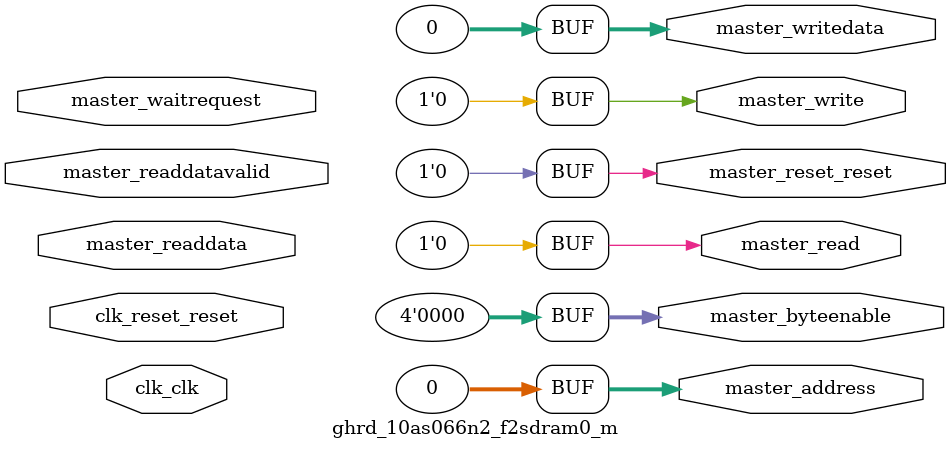
<source format=v>
module ghrd_10as066n2_f2sdram0_m(	// file.cleaned.mlir:2:3
  input         clk_clk,	// file.cleaned.mlir:2:43
                clk_reset_reset,	// file.cleaned.mlir:2:61
  input  [31:0] master_readdata,	// file.cleaned.mlir:2:87
  input         master_waitrequest,	// file.cleaned.mlir:2:114
                master_readdatavalid,	// file.cleaned.mlir:2:143
  output [31:0] master_address,	// file.cleaned.mlir:2:175
  output        master_read,	// file.cleaned.mlir:2:201
                master_write,	// file.cleaned.mlir:2:223
  output [31:0] master_writedata,	// file.cleaned.mlir:2:246
  output [3:0]  master_byteenable,	// file.cleaned.mlir:2:274
  output        master_reset_reset	// file.cleaned.mlir:2:302
);

  assign master_address = 32'h0;	// file.cleaned.mlir:3:15, :6:5
  assign master_read = 1'h0;	// file.cleaned.mlir:4:14, :6:5
  assign master_write = 1'h0;	// file.cleaned.mlir:4:14, :6:5
  assign master_writedata = 32'h0;	// file.cleaned.mlir:3:15, :6:5
  assign master_byteenable = 4'h0;	// file.cleaned.mlir:5:14, :6:5
  assign master_reset_reset = 1'h0;	// file.cleaned.mlir:4:14, :6:5
endmodule


</source>
